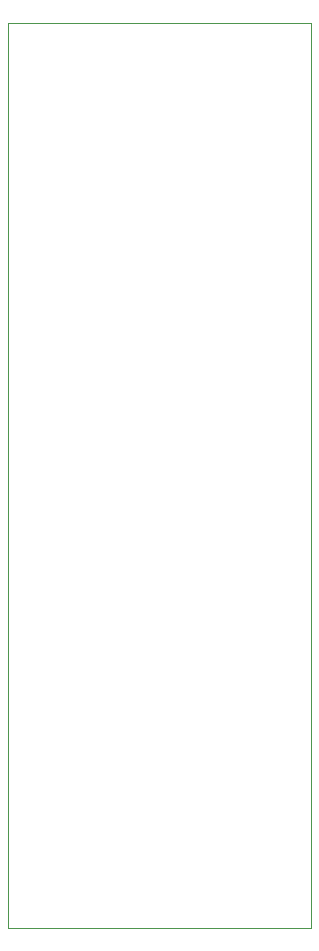
<source format=gbr>
%TF.GenerationSoftware,KiCad,Pcbnew,7.0.6-0*%
%TF.CreationDate,2023-07-28T22:16:23-07:00*%
%TF.ProjectId,V501,56353031-2e6b-4696-9361-645f70636258,rev?*%
%TF.SameCoordinates,Original*%
%TF.FileFunction,Profile,NP*%
%FSLAX46Y46*%
G04 Gerber Fmt 4.6, Leading zero omitted, Abs format (unit mm)*
G04 Created by KiCad (PCBNEW 7.0.6-0) date 2023-07-28 22:16:23*
%MOMM*%
%LPD*%
G01*
G04 APERTURE LIST*
%TA.AperFunction,Profile*%
%ADD10C,0.100000*%
%TD*%
G04 APERTURE END LIST*
D10*
X108077000Y-76073000D02*
X133731000Y-76073000D01*
X133731000Y-152654000D01*
X108077000Y-152654000D01*
X108077000Y-76073000D01*
M02*

</source>
